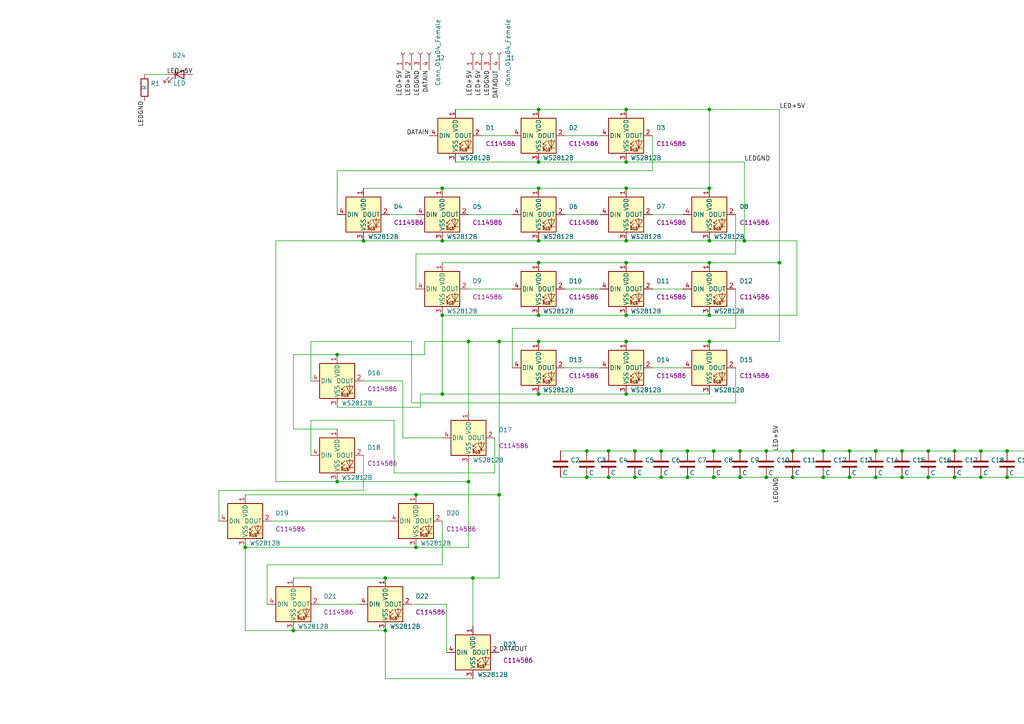
<source format=kicad_sch>
(kicad_sch (version 20211123) (generator eeschema)
  (paper "A4")
  (lib_symbols
    (symbol "Connector:Conn_01x04_Female" (pin_names (offset 1.016) hide)
      (property "Reference" "J" (at 0 5.08 0))
      (property "Value" "Conn_01x04_Female" (at 0 -7.62 0))
      (symbol "Conn_01x04_Female_1_1"
        (arc (start 0 -4.572) (mid -0.508 -5.08) (end 0 -5.588) (stroke (width 0.1524)))
        (arc (start 0 -2.032) (mid -0.508 -2.54) (end 0 -3.048) (stroke (width 0.1524)))
        (polyline (pts (xy -1.27 -5.08) (xy -0.508 -5.08)) (stroke (width 0.1524)))
        (polyline (pts (xy -1.27 -2.54) (xy -0.508 -2.54)) (stroke (width 0.1524)))
        (polyline (pts (xy -1.27 0) (xy -0.508 0)) (stroke (width 0.1524)))
        (polyline (pts (xy -1.27 2.54) (xy -0.508 2.54)) (stroke (width 0.1524)))
        (arc (start 0 0.508) (mid -0.508 0) (end 0 -0.508) (stroke (width 0.1524)))
        (arc (start 0 3.048) (mid -0.508 2.54) (end 0 2.032) (stroke (width 0.1524)))
        (pin passive line (at -5.08 2.54 0) (length 3.81) (name "Pin_1") (number "1"))
        (pin passive line (at -5.08 0 0) (length 3.81) (name "Pin_2") (number "2"))
        (pin passive line (at -5.08 -2.54 0) (length 3.81) (name "Pin_3") (number "3"))
        (pin passive line (at -5.08 -5.08 0) (length 3.81) (name "Pin_4") (number "4"))
      )
    )
    (symbol "Device:C" (pin_numbers hide) (pin_names (offset 0.254))
      (property "Reference" "C" (at 0.635 2.54 0))
      (property "Value" "C" (at 0.635 -2.54 0))
      (symbol "C_0_1"
        (polyline (pts (xy -2.032 -0.762) (xy 2.032 -0.762)) (stroke (width 0.508)))
        (polyline (pts (xy -2.032 0.762) (xy 2.032 0.762)) (stroke (width 0.508)))
      )
      (symbol "C_1_1"
        (pin passive line (at 0 3.81 270) (length 2.794) (name "~") (number "1"))
        (pin passive line (at 0 -3.81 90) (length 2.794) (name "~") (number "2"))
      )
    )
    (symbol "Device:C_Polarized" (pin_numbers hide) (pin_names (offset 0.254))
      (property "Reference" "C" (at 0.635 2.54 0))
      (property "Value" "C_Polarized" (at 0.635 -2.54 0))
      (symbol "C_Polarized_0_1"
        (rectangle (start -2.286 0.508) (end 2.286 1.016))
        (polyline (pts (xy -1.778 2.286) (xy -0.762 2.286)))
        (polyline (pts (xy -1.27 2.794) (xy -1.27 1.778)))
        (rectangle (start 2.286 -0.508) (end -2.286 -1.016) (fill (type outline)))
      )
      (symbol "C_Polarized_1_1"
        (pin passive line (at 0 3.81 270) (length 2.794) (name "~") (number "1"))
        (pin passive line (at 0 -3.81 90) (length 2.794) (name "~") (number "2"))
      )
    )
    (symbol "Device:LED" (pin_numbers hide) (pin_names (offset 1.016) hide)
      (property "Reference" "D" (at 0 2.54 0))
      (property "Value" "LED" (at 0 -2.54 0))
      (symbol "LED_0_1"
        (polyline (pts (xy -1.27 -1.27) (xy -1.27 1.27)) (stroke (width 0.254)))
        (polyline (pts (xy -1.27 0) (xy 1.27 0)))
        (polyline (pts (xy 1.27 -1.27) (xy 1.27 1.27) (xy -1.27 0) (xy 1.27 -1.27)) (stroke (width 0.254)))
        (polyline (pts (xy -3.048 -0.762) (xy -4.572 -2.286) (xy -3.81 -2.286) (xy -4.572 -2.286) (xy -4.572 -1.524)))
        (polyline (pts (xy -1.778 -0.762) (xy -3.302 -2.286) (xy -2.54 -2.286) (xy -3.302 -2.286) (xy -3.302 -1.524)))
      )
      (symbol "LED_1_1"
        (pin passive line (at -3.81 0 0) (length 2.54) (name "K") (number "1"))
        (pin passive line (at 3.81 0 180) (length 2.54) (name "A") (number "2"))
      )
    )
    (symbol "Device:R" (pin_numbers hide) (pin_names (offset 0))
      (property "Reference" "R" (at 2.032 0 90))
      (property "Value" "R" (at 0 0 90))
      (symbol "R_0_1"
        (rectangle (start -1.016 -2.54) (end 1.016 2.54) (stroke (width 0.254)))
      )
      (symbol "R_1_1"
        (pin passive line (at 0 3.81 270) (length 1.27) (name "~") (number "1"))
        (pin passive line (at 0 -3.81 90) (length 1.27) (name "~") (number "2"))
      )
    )
    (symbol "LED:WS2812B" (pin_names (offset 0.254))
      (property "Reference" "D" (at 5.08 5.715 0))
      (property "Value" "WS2812B" (at 1.27 -5.715 0))
      (symbol "WS2812B_0_0"
        (text "RGB" (at 2.286 -4.191 0) (effects (font (size 0.762 0.762))))
      )
      (symbol "WS2812B_0_1"
        (polyline (pts (xy 1.27 -3.556) (xy 1.778 -3.556)))
        (polyline (pts (xy 1.27 -2.54) (xy 1.778 -2.54)))
        (polyline (pts (xy 4.699 -3.556) (xy 2.667 -3.556)))
        (polyline (pts (xy 2.286 -2.54) (xy 1.27 -3.556) (xy 1.27 -3.048)))
        (polyline (pts (xy 2.286 -1.524) (xy 1.27 -2.54) (xy 1.27 -2.032)))
        (polyline (pts (xy 3.683 -1.016) (xy 3.683 -3.556) (xy 3.683 -4.064)))
        (polyline (pts (xy 4.699 -1.524) (xy 2.667 -1.524) (xy 3.683 -3.556) (xy 4.699 -1.524)))
        (rectangle (start 5.08 5.08) (end -5.08 -5.08) (stroke (width 0.254)) (fill (type background)))
      )
      (symbol "WS2812B_1_1"
        (pin power_in line (at 0 7.62 270) (length 2.54) (name "VDD") (number "1"))
        (pin output line (at 7.62 0 180) (length 2.54) (name "DOUT") (number "2"))
        (pin power_in line (at 0 -7.62 90) (length 2.54) (name "VSS") (number "3"))
        (pin input line (at -7.62 0 0) (length 2.54) (name "DIN") (number "4"))
      )
    )
  )
  (junction (at 207.01 130.81))
  (junction (at 269.24 138.43))
  (junction (at 156.21 69.85))
  (junction (at 156.21 31.75))
  (junction (at 71.12 158.75))
  (junction (at 181.61 54.61))
  (junction (at 261.62 130.81))
  (junction (at 137.16 167.64))
  (junction (at 222.25 138.43))
  (junction (at 205.74 54.61))
  (junction (at 135.89 139.7))
  (junction (at 105.41 69.85))
  (junction (at 120.65 158.75))
  (junction (at 307.34 138.43))
  (junction (at 156.21 114.3))
  (junction (at 226.06 76.2))
  (junction (at 111.76 182.88))
  (junction (at 181.61 31.75))
  (junction (at 135.89 99.06))
  (junction (at 128.27 54.61))
  (junction (at 128.27 114.3))
  (junction (at 307.34 130.81))
  (junction (at 181.61 46.99))
  (junction (at 170.18 130.81))
  (junction (at 205.74 76.2))
  (junction (at 181.61 99.06))
  (junction (at 214.63 138.43))
  (junction (at 215.9 69.85))
  (junction (at 299.72 138.43))
  (junction (at 214.63 130.81))
  (junction (at 156.21 91.44))
  (junction (at 229.87 138.43))
  (junction (at 299.72 130.81))
  (junction (at 222.25 130.81))
  (junction (at 207.01 138.43))
  (junction (at 170.18 138.43))
  (junction (at 205.74 99.06))
  (junction (at 128.27 69.85))
  (junction (at 205.74 31.75))
  (junction (at 85.09 182.88))
  (junction (at 181.61 69.85))
  (junction (at 144.78 143.51))
  (junction (at 254 138.43))
  (junction (at 191.77 138.43))
  (junction (at 276.86 130.81))
  (junction (at 111.76 167.64))
  (junction (at 156.21 99.06))
  (junction (at 184.15 138.43))
  (junction (at 97.79 139.7))
  (junction (at 254 130.81))
  (junction (at 181.61 76.2))
  (junction (at 156.21 54.61))
  (junction (at 284.48 130.81))
  (junction (at 238.76 130.81))
  (junction (at 276.86 138.43))
  (junction (at 238.76 138.43))
  (junction (at 269.24 130.81))
  (junction (at 120.65 143.51))
  (junction (at 181.61 114.3))
  (junction (at 199.39 138.43))
  (junction (at 176.53 138.43))
  (junction (at 156.21 46.99))
  (junction (at 156.21 76.2))
  (junction (at 144.78 99.06))
  (junction (at 284.48 138.43))
  (junction (at 205.74 69.85))
  (junction (at 191.77 130.81))
  (junction (at 246.38 138.43))
  (junction (at 184.15 130.81))
  (junction (at 199.39 130.81))
  (junction (at 292.1 138.43))
  (junction (at 229.87 130.81))
  (junction (at 292.1 130.81))
  (junction (at 181.61 91.44))
  (junction (at 176.53 130.81))
  (junction (at 97.79 102.87))
  (junction (at 128.27 91.44))
  (junction (at 261.62 138.43))
  (junction (at 205.74 91.44))
  (junction (at 246.38 130.81))
  (wire (pts (xy 299.72 130.81) (xy 292.1 130.81)))
  (wire (pts (xy 207.01 138.43) (xy 214.63 138.43)))
  (wire (pts (xy 181.61 91.44) (xy 205.74 91.44)))
  (wire (pts (xy 189.23 62.23) (xy 198.12 62.23)))
  (wire (pts (xy 78.74 151.13) (xy 113.03 151.13)))
  (wire (pts (xy 181.61 46.99) (xy 215.9 46.99)))
  (wire (pts (xy 80.01 69.85) (xy 105.41 69.85)))
  (wire (pts (xy 205.74 69.85) (xy 181.61 69.85)))
  (wire (pts (xy 156.21 69.85) (xy 128.27 69.85)))
  (wire (pts (xy 143.51 127) (xy 143.51 137.16)))
  (wire (pts (xy 191.77 130.81) (xy 184.15 130.81)))
  (wire (pts (xy 121.92 118.11) (xy 97.79 118.11)))
  (wire (pts (xy 215.9 69.85) (xy 205.74 69.85)))
  (wire (pts (xy 132.08 46.99) (xy 156.21 46.99)))
  (wire (pts (xy 71.12 143.51) (xy 120.65 143.51)))
  (wire (pts (xy 269.24 130.81) (xy 261.62 130.81)))
  (wire (pts (xy 181.61 31.75) (xy 156.21 31.75)))
  (wire (pts (xy 199.39 138.43) (xy 207.01 138.43)))
  (wire (pts (xy 135.89 62.23) (xy 148.59 62.23)))
  (wire (pts (xy 226.06 99.06) (xy 226.06 76.2)))
  (wire (pts (xy 205.74 54.61) (xy 181.61 54.61)))
  (wire (pts (xy 77.47 163.83) (xy 77.47 175.26)))
  (wire (pts (xy 238.76 130.81) (xy 229.87 130.81)))
  (wire (pts (xy 299.72 138.43) (xy 307.34 138.43)))
  (wire (pts (xy 85.09 182.88) (xy 71.12 182.88)))
  (wire (pts (xy 207.01 130.81) (xy 199.39 130.81)))
  (wire (pts (xy 205.74 31.75) (xy 205.74 54.61)))
  (wire (pts (xy 181.61 31.75) (xy 205.74 31.75)))
  (wire (pts (xy 184.15 130.81) (xy 176.53 130.81)))
  (wire (pts (xy 307.34 130.81) (xy 299.72 130.81)))
  (wire (pts (xy 231.14 91.44) (xy 231.14 69.85)))
  (wire (pts (xy 205.74 76.2) (xy 226.06 76.2)))
  (wire (pts (xy 137.16 167.64) (xy 144.78 167.64)))
  (wire (pts (xy 181.61 54.61) (xy 156.21 54.61)))
  (wire (pts (xy 123.19 102.87) (xy 97.79 102.87)))
  (wire (pts (xy 292.1 130.81) (xy 284.48 130.81)))
  (wire (pts (xy 191.77 138.43) (xy 199.39 138.43)))
  (wire (pts (xy 119.38 175.26) (xy 129.54 175.26)))
  (wire (pts (xy 162.56 138.43) (xy 170.18 138.43)))
  (wire (pts (xy 276.86 138.43) (xy 284.48 138.43)))
  (wire (pts (xy 128.27 114.3) (xy 121.92 114.3)))
  (wire (pts (xy 213.36 116.84) (xy 119.38 116.84)))
  (wire (pts (xy 222.25 130.81) (xy 214.63 130.81)))
  (wire (pts (xy 128.27 114.3) (xy 156.21 114.3)))
  (wire (pts (xy 128.27 91.44) (xy 128.27 114.3)))
  (wire (pts (xy 121.92 114.3) (xy 121.92 118.11)))
  (wire (pts (xy 246.38 138.43) (xy 254 138.43)))
  (wire (pts (xy 181.61 76.2) (xy 205.74 76.2)))
  (wire (pts (xy 307.34 138.43) (xy 316.23 138.43)))
  (wire (pts (xy 156.21 91.44) (xy 181.61 91.44)))
  (wire (pts (xy 128.27 54.61) (xy 105.41 54.61)))
  (wire (pts (xy 90.17 121.92) (xy 90.17 132.08)))
  (wire (pts (xy 284.48 130.81) (xy 276.86 130.81)))
  (wire (pts (xy 213.36 95.25) (xy 148.59 95.25)))
  (wire (pts (xy 135.89 134.62) (xy 135.89 139.7)))
  (wire (pts (xy 181.61 114.3) (xy 205.74 114.3)))
  (wire (pts (xy 213.36 106.68) (xy 213.36 116.84)))
  (wire (pts (xy 120.65 73.66) (xy 120.65 83.82)))
  (wire (pts (xy 229.87 138.43) (xy 238.76 138.43)))
  (wire (pts (xy 184.15 138.43) (xy 191.77 138.43)))
  (wire (pts (xy 97.79 49.53) (xy 97.79 62.23)))
  (wire (pts (xy 113.03 62.23) (xy 120.65 62.23)))
  (wire (pts (xy 181.61 69.85) (xy 156.21 69.85)))
  (wire (pts (xy 246.38 130.81) (xy 238.76 130.81)))
  (wire (pts (xy 135.89 119.38) (xy 135.89 99.06)))
  (wire (pts (xy 156.21 46.99) (xy 181.61 46.99)))
  (wire (pts (xy 123.19 99.06) (xy 123.19 102.87)))
  (wire (pts (xy 120.65 143.51) (xy 144.78 143.51)))
  (wire (pts (xy 85.09 167.64) (xy 111.76 167.64)))
  (wire (pts (xy 97.79 139.7) (xy 80.01 139.7)))
  (wire (pts (xy 156.21 54.61) (xy 128.27 54.61)))
  (wire (pts (xy 105.41 132.08) (xy 105.41 142.24)))
  (wire (pts (xy 111.76 182.88) (xy 85.09 182.88)))
  (wire (pts (xy 176.53 130.81) (xy 170.18 130.81)))
  (wire (pts (xy 292.1 138.43) (xy 299.72 138.43)))
  (wire (pts (xy 238.76 138.43) (xy 246.38 138.43)))
  (wire (pts (xy 128.27 69.85) (xy 105.41 69.85)))
  (wire (pts (xy 214.63 130.81) (xy 207.01 130.81)))
  (wire (pts (xy 139.7 39.37) (xy 148.59 39.37)))
  (wire (pts (xy 156.21 99.06) (xy 144.78 99.06)))
  (wire (pts (xy 189.23 83.82) (xy 198.12 83.82)))
  (wire (pts (xy 276.86 130.81) (xy 269.24 130.81)))
  (wire (pts (xy 63.5 142.24) (xy 63.5 151.13)))
  (wire (pts (xy 71.12 182.88) (xy 71.12 158.75)))
  (wire (pts (xy 189.23 49.53) (xy 97.79 49.53)))
  (wire (pts (xy 85.09 102.87) (xy 97.79 102.87)))
  (wire (pts (xy 213.36 62.23) (xy 213.36 73.66)))
  (wire (pts (xy 189.23 106.68) (xy 198.12 106.68)))
  (wire (pts (xy 116.84 110.49) (xy 116.84 127)))
  (wire (pts (xy 231.14 69.85) (xy 215.9 69.85)))
  (wire (pts (xy 105.41 142.24) (xy 63.5 142.24)))
  (wire (pts (xy 170.18 130.81) (xy 162.56 130.81)))
  (wire (pts (xy 137.16 196.85) (xy 111.76 196.85)))
  (wire (pts (xy 261.62 130.81) (xy 254 130.81)))
  (wire (pts (xy 148.59 95.25) (xy 148.59 106.68)))
  (wire (pts (xy 71.12 158.75) (xy 120.65 158.75)))
  (wire (pts (xy 144.78 143.51) (xy 144.78 99.06)))
  (wire (pts (xy 111.76 167.64) (xy 137.16 167.64)))
  (wire (pts (xy 48.26 21.59) (xy 41.91 21.59)))
  (wire (pts (xy 114.3 137.16) (xy 114.3 121.92)))
  (wire (pts (xy 137.16 181.61) (xy 137.16 167.64)))
  (wire (pts (xy 120.65 158.75) (xy 135.89 158.75)))
  (wire (pts (xy 156.21 31.75) (xy 132.08 31.75)))
  (wire (pts (xy 144.78 167.64) (xy 144.78 143.51)))
  (wire (pts (xy 128.27 76.2) (xy 156.21 76.2)))
  (wire (pts (xy 254 130.81) (xy 246.38 130.81)))
  (wire (pts (xy 128.27 91.44) (xy 156.21 91.44)))
  (wire (pts (xy 116.84 127) (xy 128.27 127)))
  (wire (pts (xy 226.06 31.75) (xy 205.74 31.75)))
  (wire (pts (xy 226.06 76.2) (xy 226.06 31.75)))
  (wire (pts (xy 105.41 110.49) (xy 116.84 110.49)))
  (wire (pts (xy 92.71 175.26) (xy 104.14 175.26)))
  (wire (pts (xy 214.63 138.43) (xy 222.25 138.43)))
  (wire (pts (xy 114.3 121.92) (xy 90.17 121.92)))
  (wire (pts (xy 90.17 99.06) (xy 90.17 110.49)))
  (wire (pts (xy 176.53 138.43) (xy 184.15 138.43)))
  (wire (pts (xy 163.83 62.23) (xy 173.99 62.23)))
  (wire (pts (xy 163.83 83.82) (xy 173.99 83.82)))
  (wire (pts (xy 119.38 99.06) (xy 90.17 99.06)))
  (wire (pts (xy 129.54 175.26) (xy 129.54 189.23)))
  (wire (pts (xy 144.78 99.06) (xy 135.89 99.06)))
  (wire (pts (xy 284.48 138.43) (xy 292.1 138.43)))
  (wire (pts (xy 135.89 139.7) (xy 97.79 139.7)))
  (wire (pts (xy 213.36 83.82) (xy 213.36 95.25)))
  (wire (pts (xy 213.36 73.66) (xy 120.65 73.66)))
  (wire (pts (xy 229.87 130.81) (xy 222.25 130.81)))
  (wire (pts (xy 97.79 124.46) (xy 85.09 124.46)))
  (wire (pts (xy 85.09 124.46) (xy 85.09 102.87)))
  (wire (pts (xy 119.38 116.84) (xy 119.38 99.06)))
  (wire (pts (xy 199.39 130.81) (xy 191.77 130.81)))
  (wire (pts (xy 181.61 99.06) (xy 156.21 99.06)))
  (wire (pts (xy 135.89 158.75) (xy 135.89 139.7)))
  (wire (pts (xy 156.21 76.2) (xy 181.61 76.2)))
  (wire (pts (xy 254 138.43) (xy 261.62 138.43)))
  (wire (pts (xy 189.23 39.37) (xy 189.23 49.53)))
  (wire (pts (xy 215.9 46.99) (xy 215.9 69.85)))
  (wire (pts (xy 205.74 91.44) (xy 231.14 91.44)))
  (wire (pts (xy 170.18 138.43) (xy 176.53 138.43)))
  (wire (pts (xy 143.51 137.16) (xy 114.3 137.16)))
  (wire (pts (xy 135.89 83.82) (xy 148.59 83.82)))
  (wire (pts (xy 156.21 114.3) (xy 181.61 114.3)))
  (wire (pts (xy 111.76 196.85) (xy 111.76 182.88)))
  (wire (pts (xy 135.89 99.06) (xy 123.19 99.06)))
  (wire (pts (xy 316.23 130.81) (xy 307.34 130.81)))
  (wire (pts (xy 205.74 99.06) (xy 226.06 99.06)))
  (wire (pts (xy 222.25 138.43) (xy 229.87 138.43)))
  (wire (pts (xy 128.27 151.13) (xy 128.27 163.83)))
  (wire (pts (xy 128.27 163.83) (xy 77.47 163.83)))
  (wire (pts (xy 261.62 138.43) (xy 269.24 138.43)))
  (wire (pts (xy 163.83 39.37) (xy 173.99 39.37)))
  (wire (pts (xy 80.01 139.7) (xy 80.01 69.85)))
  (wire (pts (xy 163.83 106.68) (xy 173.99 106.68)))
  (wire (pts (xy 269.24 138.43) (xy 276.86 138.43)))
  (wire (pts (xy 205.74 99.06) (xy 181.61 99.06)))
  (label "LED+5V" (at 55.88 21.59 180))
  (label "DATAIN" (at 124.46 39.37 180))
  (label "LED+5V" (at 119.38 20.32 270))
  (label "LEDGND" (at 215.9 46.99 0))
  (label "LED+5V" (at 139.7 20.32 270))
  (label "LEDGND" (at 226.06 138.43 270))
  (label "LED+5V" (at 226.06 130.81 90))
  (label "DATAOUT" (at 144.78 189.23 0))
  (label "LEDGND" (at 142.24 20.32 270))
  (label "LEDGND" (at 41.91 29.21 270))
  (label "LED+5V" (at 226.06 31.75 0))
  (label "DATAIN" (at 124.46 20.32 270))
  (label "LED+5V" (at 116.84 20.32 270))
  (label "LED+5V" (at 137.16 20.32 270))
  (label "DATAOUT" (at 144.78 20.32 270))
  (label "LEDGND" (at 121.92 20.32 270))
  (symbol (lib_id "Connector:Conn_01x04_Female") (at 119.38 15.24 90) (unit 1)
    (property "Reference" "J2" (at 126.6952 16.8148 90) (effects (justify right)))
    (property "Value" "Conn_01x04_Female" (at 127 15.24 0))
    (property "Footprint" "OH_Footprints:Molex_Mini-Fit_Jr_5566-04A_2x02_P4.20mm_Vertical" (effects hide))
  )
  (symbol (lib_id "Connector:Conn_01x04_Female") (at 139.7 15.24 90) (unit 1)
    (property "Reference" "J1" (at 147.0152 16.8148 90) (effects (justify right)))
    (property "Value" "Conn_01x04_Female" (at 147.32 15.24 0))
    (property "Footprint" "OH_Footprints:Molex_Mini-Fit_Jr_5566-04A_2x02_P4.20mm_Vertical" (effects hide))
  )
  (symbol (lib_id "Device:C_Polarized") (at 316.23 134.62 0) (unit 1)
    (property "Reference" "C1" (at 313.2328 135.7884 0) (effects (justify right)))
    (property "Value" "C_Polarized" (at 316.865 137.16 0) (effects (justify left)))
    (property "Footprint" "OH_Footprints:CP_Elec_8x10" (effects hide))
  )
  (symbol (lib_id "LED:WS2812B") (at 132.08 39.37 0) (unit 1)
    (property "Reference" "D1" (at 140.8176 37.0586 0) (effects (justify left)))
    (property "Value" "WS2812B" (at 133.35 45.085 0) (effects (justify left top)))
    (property "Footprint" "OH_Footprints:LED_WS2812B_PLCC4_5.0x5.0mm_P3.2mm" (effects hide))
    (property "Datasheet" "https://cdn-shop.adafruit.com/datasheets/WS2812B.pdf" (effects hide))
    (property "LCSC Part Number" "C114586" (at 140.8176 41.6814 0) (effects (justify left)))
  )
  (symbol (lib_id "LED:WS2812B") (at 156.21 39.37 0) (unit 1)
    (property "Reference" "D2" (at 164.9476 37.0586 0) (effects (justify left)))
    (property "Value" "WS2812B" (at 157.48 45.085 0) (effects (justify left top)))
    (property "Footprint" "OH_Footprints:LED_WS2812B_PLCC4_5.0x5.0mm_P3.2mm" (effects hide))
    (property "Datasheet" "https://cdn-shop.adafruit.com/datasheets/WS2812B.pdf" (effects hide))
    (property "LCSC Part Number" "C114586" (at 164.9476 41.6814 0) (effects (justify left)))
  )
  (symbol (lib_id "LED:WS2812B") (at 181.61 39.37 0) (unit 1)
    (property "Reference" "D3" (at 190.3476 37.0586 0) (effects (justify left)))
    (property "Value" "WS2812B" (at 182.88 45.085 0) (effects (justify left top)))
    (property "Footprint" "OH_Footprints:LED_WS2812B_PLCC4_5.0x5.0mm_P3.2mm" (effects hide))
    (property "Datasheet" "https://cdn-shop.adafruit.com/datasheets/WS2812B.pdf" (effects hide))
    (property "LCSC Part Number" "C114586" (at 190.3476 41.6814 0) (effects (justify left)))
  )
  (symbol (lib_id "LED:WS2812B") (at 105.41 62.23 0) (unit 1)
    (property "Reference" "D4" (at 114.1476 59.9186 0) (effects (justify left)))
    (property "Value" "WS2812B" (at 106.68 67.945 0) (effects (justify left top)))
    (property "Footprint" "OH_Footprints:LED_WS2812B_PLCC4_5.0x5.0mm_P3.2mm" (effects hide))
    (property "Datasheet" "https://cdn-shop.adafruit.com/datasheets/WS2812B.pdf" (effects hide))
    (property "LCSC Part Number" "C114586" (at 114.1476 64.5414 0) (effects (justify left)))
  )
  (symbol (lib_id "LED:WS2812B") (at 128.27 62.23 0) (unit 1)
    (property "Reference" "D5" (at 137.0076 59.9186 0) (effects (justify left)))
    (property "Value" "WS2812B" (at 129.54 67.945 0) (effects (justify left top)))
    (property "Footprint" "OH_Footprints:LED_WS2812B_PLCC4_5.0x5.0mm_P3.2mm" (effects hide))
    (property "Datasheet" "https://cdn-shop.adafruit.com/datasheets/WS2812B.pdf" (effects hide))
    (property "LCSC Part Number" "C114586" (at 137.0076 64.5414 0) (effects (justify left)))
  )
  (symbol (lib_id "LED:WS2812B") (at 156.21 62.23 0) (unit 1)
    (property "Reference" "D6" (at 164.9476 59.9186 0) (effects (justify left)))
    (property "Value" "WS2812B" (at 157.48 67.945 0) (effects (justify left top)))
    (property "Footprint" "OH_Footprints:LED_WS2812B_PLCC4_5.0x5.0mm_P3.2mm" (effects hide))
    (property "Datasheet" "https://cdn-shop.adafruit.com/datasheets/WS2812B.pdf" (effects hide))
    (property "LCSC Part Number" "C114586" (at 164.9476 64.5414 0) (effects (justify left)))
  )
  (symbol (lib_id "LED:WS2812B") (at 181.61 62.23 0) (unit 1)
    (property "Reference" "D7" (at 190.3476 59.9186 0) (effects (justify left)))
    (property "Value" "WS2812B" (at 182.88 67.945 0) (effects (justify left top)))
    (property "Footprint" "OH_Footprints:LED_WS2812B_PLCC4_5.0x5.0mm_P3.2mm" (effects hide))
    (property "Datasheet" "https://cdn-shop.adafruit.com/datasheets/WS2812B.pdf" (effects hide))
    (property "LCSC Part Number" "C114586" (at 190.3476 64.5414 0) (effects (justify left)))
  )
  (symbol (lib_id "LED:WS2812B") (at 205.74 62.23 0) (unit 1)
    (property "Reference" "D8" (at 214.4776 59.9186 0) (effects (justify left)))
    (property "Value" "WS2812B" (at 207.01 67.945 0) (effects (justify left top)))
    (property "Footprint" "OH_Footprints:LED_WS2812B_PLCC4_5.0x5.0mm_P3.2mm" (effects hide))
    (property "Datasheet" "https://cdn-shop.adafruit.com/datasheets/WS2812B.pdf" (effects hide))
    (property "LCSC Part Number" "C114586" (at 214.4776 64.5414 0) (effects (justify left)))
  )
  (symbol (lib_id "LED:WS2812B") (at 128.27 83.82 0) (unit 1)
    (property "Reference" "D9" (at 137.0076 81.5086 0) (effects (justify left)))
    (property "Value" "WS2812B" (at 129.54 89.535 0) (effects (justify left top)))
    (property "Footprint" "OH_Footprints:LED_WS2812B_PLCC4_5.0x5.0mm_P3.2mm" (effects hide))
    (property "Datasheet" "https://cdn-shop.adafruit.com/datasheets/WS2812B.pdf" (effects hide))
    (property "LCSC Part Number" "C114586" (at 137.0076 86.1314 0) (effects (justify left)))
  )
  (symbol (lib_id "LED:WS2812B") (at 156.21 83.82 0) (unit 1)
    (property "Reference" "D10" (at 164.9476 81.5086 0) (effects (justify left)))
    (property "Value" "WS2812B" (at 157.48 89.535 0) (effects (justify left top)))
    (property "Footprint" "OH_Footprints:LED_WS2812B_PLCC4_5.0x5.0mm_P3.2mm" (effects hide))
    (property "Datasheet" "https://cdn-shop.adafruit.com/datasheets/WS2812B.pdf" (effects hide))
    (property "LCSC Part Number" "C114586" (at 164.9476 86.1314 0) (effects (justify left)))
  )
  (symbol (lib_id "LED:WS2812B") (at 181.61 83.82 0) (unit 1)
    (property "Reference" "D11" (at 190.3476 81.5086 0) (effects (justify left)))
    (property "Value" "WS2812B" (at 182.88 89.535 0) (effects (justify left top)))
    (property "Footprint" "OH_Footprints:LED_WS2812B_PLCC4_5.0x5.0mm_P3.2mm" (effects hide))
    (property "Datasheet" "https://cdn-shop.adafruit.com/datasheets/WS2812B.pdf" (effects hide))
    (property "LCSC Part Number" "C114586" (at 190.3476 86.1314 0) (effects (justify left)))
  )
  (symbol (lib_id "LED:WS2812B") (at 205.74 83.82 0) (unit 1)
    (property "Reference" "D12" (at 214.4776 81.5086 0) (effects (justify left)))
    (property "Value" "WS2812B" (at 207.01 89.535 0) (effects (justify left top)))
    (property "Footprint" "OH_Footprints:LED_WS2812B_PLCC4_5.0x5.0mm_P3.2mm" (effects hide))
    (property "Datasheet" "https://cdn-shop.adafruit.com/datasheets/WS2812B.pdf" (effects hide))
    (property "LCSC Part Number" "C114586" (at 214.4776 86.1314 0) (effects (justify left)))
  )
  (symbol (lib_id "LED:WS2812B") (at 156.21 106.68 0) (unit 1)
    (property "Reference" "D13" (at 164.9476 104.3686 0) (effects (justify left)))
    (property "Value" "WS2812B" (at 157.48 112.395 0) (effects (justify left top)))
    (property "Footprint" "OH_Footprints:LED_WS2812B_PLCC4_5.0x5.0mm_P3.2mm" (effects hide))
    (property "Datasheet" "https://cdn-shop.adafruit.com/datasheets/WS2812B.pdf" (effects hide))
    (property "LCSC Part Number" "C114586" (at 164.9476 108.9914 0) (effects (justify left)))
  )
  (symbol (lib_id "LED:WS2812B") (at 181.61 106.68 0) (unit 1)
    (property "Reference" "D14" (at 190.3476 104.3686 0) (effects (justify left)))
    (property "Value" "WS2812B" (at 182.88 112.395 0) (effects (justify left top)))
    (property "Footprint" "OH_Footprints:LED_WS2812B_PLCC4_5.0x5.0mm_P3.2mm" (effects hide))
    (property "Datasheet" "https://cdn-shop.adafruit.com/datasheets/WS2812B.pdf" (effects hide))
    (property "LCSC Part Number" "C114586" (at 190.3476 108.9914 0) (effects (justify left)))
  )
  (symbol (lib_id "LED:WS2812B") (at 205.74 106.68 0) (unit 1)
    (property "Reference" "D15" (at 214.4776 104.3686 0) (effects (justify left)))
    (property "Value" "WS2812B" (at 207.01 112.395 0) (effects (justify left top)))
    (property "Footprint" "OH_Footprints:LED_WS2812B_PLCC4_5.0x5.0mm_P3.2mm" (effects hide))
    (property "Datasheet" "https://cdn-shop.adafruit.com/datasheets/WS2812B.pdf" (effects hide))
    (property "LCSC Part Number" "C114586" (at 214.4776 108.9914 0) (effects (justify left)))
  )
  (symbol (lib_id "LED:WS2812B") (at 135.89 127 0) (unit 1)
    (property "Reference" "D17" (at 144.6276 124.6886 0) (effects (justify left)))
    (property "Value" "WS2812B" (at 137.16 132.715 0) (effects (justify left top)))
    (property "Footprint" "OH_Footprints:LED_WS2812B_PLCC4_5.0x5.0mm_P3.2mm" (effects hide))
    (property "Datasheet" "https://cdn-shop.adafruit.com/datasheets/WS2812B.pdf" (effects hide))
    (property "LCSC Part Number" "C114586" (at 144.6276 129.3114 0) (effects (justify left)))
  )
  (symbol (lib_id "LED:WS2812B") (at 97.79 110.49 0) (unit 1)
    (property "Reference" "D16" (at 106.5276 108.1786 0) (effects (justify left)))
    (property "Value" "WS2812B" (at 99.06 116.205 0) (effects (justify left top)))
    (property "Footprint" "OH_Footprints:LED_WS2812B_PLCC4_5.0x5.0mm_P3.2mm" (effects hide))
    (property "Datasheet" "https://cdn-shop.adafruit.com/datasheets/WS2812B.pdf" (effects hide))
    (property "LCSC Part Number" "C114586" (at 106.5276 112.8014 0) (effects (justify left)))
  )
  (symbol (lib_id "LED:WS2812B") (at 97.79 132.08 0) (unit 1)
    (property "Reference" "D18" (at 106.5276 129.7686 0) (effects (justify left)))
    (property "Value" "WS2812B" (at 99.06 137.795 0) (effects (justify left top)))
    (property "Footprint" "OH_Footprints:LED_WS2812B_PLCC4_5.0x5.0mm_P3.2mm" (effects hide))
    (property "Datasheet" "https://cdn-shop.adafruit.com/datasheets/WS2812B.pdf" (effects hide))
    (property "LCSC Part Number" "C114586" (at 106.5276 134.3914 0) (effects (justify left)))
  )
  (symbol (lib_id "LED:WS2812B") (at 71.12 151.13 0) (unit 1)
    (property "Reference" "D19" (at 79.8576 148.8186 0) (effects (justify left)))
    (property "Value" "WS2812B" (at 72.39 156.845 0) (effects (justify left top)))
    (property "Footprint" "OH_Footprints:LED_WS2812B_PLCC4_5.0x5.0mm_P3.2mm" (effects hide))
    (property "Datasheet" "https://cdn-shop.adafruit.com/datasheets/WS2812B.pdf" (effects hide))
    (property "LCSC Part Number" "C114586" (at 79.8576 153.4414 0) (effects (justify left)))
  )
  (symbol (lib_id "LED:WS2812B") (at 120.65 151.13 0) (unit 1)
    (property "Reference" "D20" (at 129.3876 148.8186 0) (effects (justify left)))
    (property "Value" "WS2812B" (at 121.92 156.845 0) (effects (justify left top)))
    (property "Footprint" "OH_Footprints:LED_WS2812B_PLCC4_5.0x5.0mm_P3.2mm" (effects hide))
    (property "Datasheet" "https://cdn-shop.adafruit.com/datasheets/WS2812B.pdf" (effects hide))
    (property "LCSC Part Number" "C114586" (at 129.3876 153.4414 0) (effects (justify left)))
  )
  (symbol (lib_id "LED:WS2812B") (at 85.09 175.26 0) (unit 1)
    (property "Reference" "D21" (at 93.8276 172.9486 0) (effects (justify left)))
    (property "Value" "WS2812B" (at 86.36 180.975 0) (effects (justify left top)))
    (property "Footprint" "OH_Footprints:LED_WS2812B_PLCC4_5.0x5.0mm_P3.2mm" (effects hide))
    (property "Datasheet" "https://cdn-shop.adafruit.com/datasheets/WS2812B.pdf" (effects hide))
    (property "LCSC Part Number" "C114586" (at 93.8276 177.5714 0) (effects (justify left)))
  )
  (symbol (lib_id "LED:WS2812B") (at 111.76 175.26 0) (unit 1)
    (property "Reference" "D22" (at 120.4976 172.9486 0) (effects (justify left)))
    (property "Value" "WS2812B" (at 113.03 180.975 0) (effects (justify left top)))
    (property "Footprint" "OH_Footprints:LED_WS2812B_PLCC4_5.0x5.0mm_P3.2mm" (effects hide))
    (property "Datasheet" "https://cdn-shop.adafruit.com/datasheets/WS2812B.pdf" (effects hide))
    (property "LCSC Part Number" "C114586" (at 120.4976 177.5714 0) (effects (justify left)))
  )
  (symbol (lib_id "LED:WS2812B") (at 137.16 189.23 0) (unit 1)
    (property "Reference" "D23" (at 145.8976 186.9186 0) (effects (justify left)))
    (property "Value" "WS2812B" (at 138.43 194.945 0) (effects (justify left top)))
    (property "Footprint" "OH_Footprints:LED_WS2812B_PLCC4_5.0x5.0mm_P3.2mm" (effects hide))
    (property "Datasheet" "https://cdn-shop.adafruit.com/datasheets/WS2812B.pdf" (effects hide))
    (property "LCSC Part Number" "C114586" (at 145.8976 191.5414 0) (effects (justify left)))
  )
  (symbol (lib_id "Device:LED") (at 52.07 21.59 0) (unit 1)
    (property "Reference" "D24" (at 51.8922 16.0782 0))
    (property "Value" "LED" (at 52.07 24.13 0))
    (property "Footprint" "OH_Footprints:LED_D3.0mm" (effects hide))
  )
  (symbol (lib_id "Device:R") (at 41.91 25.4 0) (unit 1)
    (property "Reference" "R1" (at 43.688 24.2316 0) (effects (justify left)))
    (property "Value" "R" (at 41.91 25.4 90))
    (property "Footprint" "OH_Footprints:R_0603_1608Metric" (effects hide))
  )
  (symbol (lib_id "Device:C") (at 176.53 134.62 0) (unit 1)
    (property "Reference" "C4" (at 179.451 133.4516 0) (effects (justify left)))
    (property "Value" "C" (at 177.165 137.16 0) (effects (justify left)))
    (property "Footprint" "OH_Footprints:C_0603_1608Metric" (effects hide))
  )
  (symbol (lib_id "Device:C") (at 184.15 134.62 0) (unit 1)
    (property "Reference" "C5" (at 187.071 133.4516 0) (effects (justify left)))
    (property "Value" "C" (at 184.785 137.16 0) (effects (justify left)))
    (property "Footprint" "OH_Footprints:C_0603_1608Metric" (effects hide))
  )
  (symbol (lib_id "Device:C") (at 191.77 134.62 0) (unit 1)
    (property "Reference" "C6" (at 194.691 133.4516 0) (effects (justify left)))
    (property "Value" "C" (at 192.405 137.16 0) (effects (justify left)))
    (property "Footprint" "OH_Footprints:C_0603_1608Metric" (effects hide))
  )
  (symbol (lib_id "Device:C") (at 199.39 134.62 0) (unit 1)
    (property "Reference" "C7" (at 202.311 133.4516 0) (effects (justify left)))
    (property "Value" "C" (at 200.025 137.16 0) (effects (justify left)))
    (property "Footprint" "OH_Footprints:C_0603_1608Metric" (effects hide))
  )
  (symbol (lib_id "Device:C") (at 207.01 134.62 0) (unit 1)
    (property "Reference" "C8" (at 209.931 133.4516 0) (effects (justify left)))
    (property "Value" "C" (at 207.645 137.16 0) (effects (justify left)))
    (property "Footprint" "OH_Footprints:C_0603_1608Metric" (effects hide))
  )
  (symbol (lib_id "Device:C") (at 214.63 134.62 0) (unit 1)
    (property "Reference" "C9" (at 217.551 133.4516 0) (effects (justify left)))
    (property "Value" "C" (at 215.265 137.16 0) (effects (justify left)))
    (property "Footprint" "OH_Footprints:C_0603_1608Metric" (effects hide))
  )
  (symbol (lib_id "Device:C") (at 222.25 134.62 0) (unit 1)
    (property "Reference" "C10" (at 225.171 133.4516 0) (effects (justify left)))
    (property "Value" "C" (at 222.885 137.16 0) (effects (justify left)))
    (property "Footprint" "OH_Footprints:C_0603_1608Metric" (effects hide))
  )
  (symbol (lib_id "Device:C") (at 229.87 134.62 0) (unit 1)
    (property "Reference" "C11" (at 232.791 133.4516 0) (effects (justify left)))
    (property "Value" "C" (at 230.505 137.16 0) (effects (justify left)))
    (property "Footprint" "OH_Footprints:C_0603_1608Metric" (effects hide))
  )
  (symbol (lib_id "Device:C") (at 238.76 134.62 0) (unit 1)
    (property "Reference" "C12" (at 241.681 133.4516 0) (effects (justify left)))
    (property "Value" "C" (at 239.395 137.16 0) (effects (justify left)))
    (property "Footprint" "OH_Footprints:C_0603_1608Metric" (effects hide))
  )
  (symbol (lib_id "Device:C") (at 246.38 134.62 0) (unit 1)
    (property "Reference" "C13" (at 249.301 133.4516 0) (effects (justify left)))
    (property "Value" "C" (at 247.015 137.16 0) (effects (justify left)))
    (property "Footprint" "OH_Footprints:C_0603_1608Metric" (effects hide))
  )
  (symbol (lib_id "Device:C") (at 254 134.62 0) (unit 1)
    (property "Reference" "C14" (at 256.921 133.4516 0) (effects (justify left)))
    (property "Value" "C" (at 254.635 137.16 0) (effects (justify left)))
    (property "Footprint" "OH_Footprints:C_0603_1608Metric" (effects hide))
  )
  (symbol (lib_id "Device:C") (at 261.62 134.62 0) (unit 1)
    (property "Reference" "C15" (at 264.541 133.4516 0) (effects (justify left)))
    (property "Value" "C" (at 262.255 137.16 0) (effects (justify left)))
    (property "Footprint" "OH_Footprints:C_0603_1608Metric" (effects hide))
  )
  (symbol (lib_id "Device:C") (at 269.24 134.62 0) (unit 1)
    (property "Reference" "C16" (at 272.161 133.4516 0) (effects (justify left)))
    (property "Value" "C" (at 269.875 137.16 0) (effects (justify left)))
    (property "Footprint" "OH_Footprints:C_0603_1608Metric" (effects hide))
  )
  (symbol (lib_id "Device:C") (at 276.86 134.62 0) (unit 1)
    (property "Reference" "C17" (at 279.781 133.4516 0) (effects (justify left)))
    (property "Value" "C" (at 277.495 137.16 0) (effects (justify left)))
    (property "Footprint" "OH_Footprints:C_0603_1608Metric" (effects hide))
  )
  (symbol (lib_id "Device:C") (at 170.18 134.62 0) (unit 1)
    (property "Reference" "C3" (at 173.101 133.4516 0) (effects (justify left)))
    (property "Value" "C" (at 170.815 137.16 0) (effects (justify left)))
    (property "Footprint" "OH_Footprints:C_0603_1608Metric" (effects hide))
  )
  (symbol (lib_id "Device:C") (at 162.56 134.62 0) (unit 1)
    (property "Reference" "C2" (at 165.481 133.4516 0) (effects (justify left)))
    (property "Value" "C" (at 163.195 137.16 0) (effects (justify left)))
    (property "Footprint" "OH_Footprints:C_0603_1608Metric" (effects hide))
  )
  (symbol (lib_id "Device:C") (at 284.48 134.62 0) (unit 1)
    (property "Reference" "C18" (at 287.401 133.4516 0) (effects (justify left)))
    (property "Value" "C" (at 285.115 137.16 0) (effects (justify left)))
    (property "Footprint" "OH_Footprints:C_0603_1608Metric" (effects hide))
  )
  (symbol (lib_id "Device:C") (at 292.1 134.62 0) (unit 1)
    (property "Reference" "C19" (at 295.021 133.4516 0) (effects (justify left)))
    (property "Value" "C" (at 292.735 137.16 0) (effects (justify left)))
    (property "Footprint" "OH_Footprints:C_0603_1608Metric" (effects hide))
  )
  (symbol (lib_id "Device:C") (at 299.72 134.62 0) (unit 1)
    (property "Reference" "C20" (at 302.641 133.4516 0) (effects (justify left)))
    (property "Value" "C" (at 300.355 137.16 0) (effects (justify left)))
    (property "Footprint" "OH_Footprints:C_0603_1608Metric" (effects hide))
  )
  (symbol (lib_id "Device:C") (at 307.34 134.62 0) (unit 1)
    (property "Reference" "C21" (at 310.261 133.4516 0) (effects (justify left)))
    (property "Value" "C" (at 307.975 137.16 0) (effects (justify left)))
    (property "Footprint" "OH_Footprints:C_0603_1608Metric" (effects hide))
  )
)
</source>
